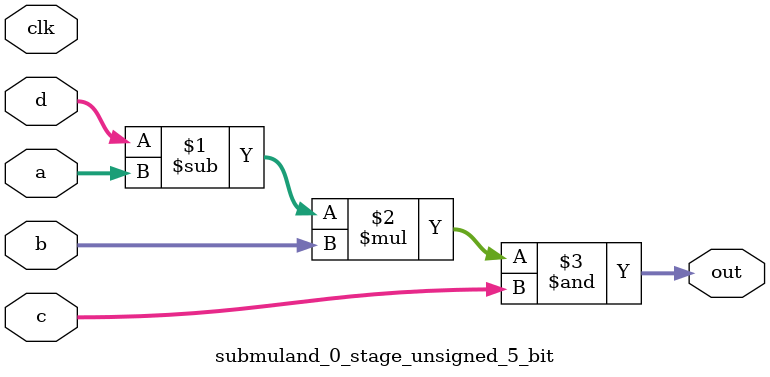
<source format=sv>
(* use_dsp = "yes" *) module submuland_0_stage_unsigned_5_bit(
	input  [4:0] a,
	input  [4:0] b,
	input  [4:0] c,
	input  [4:0] d,
	output [4:0] out,
	input clk);

	assign out = ((d - a) * b) & c;
endmodule

</source>
